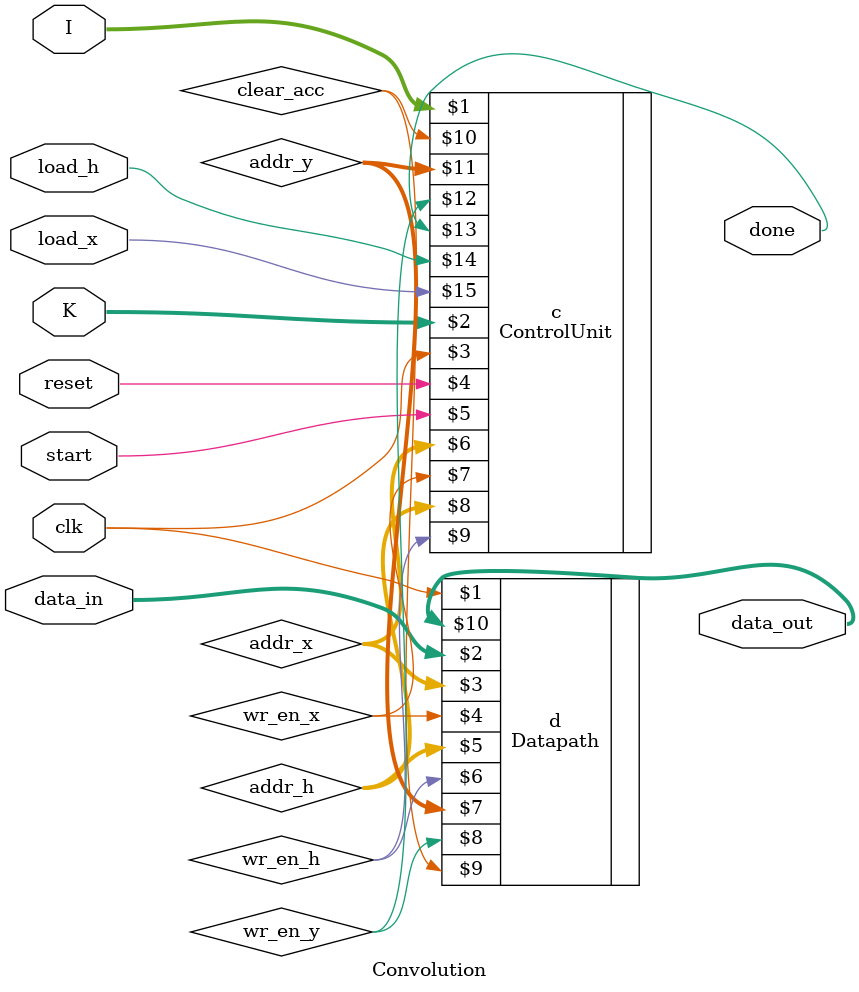
<source format=sv>
module Convolution(I, K, clk, reset, load_h, load_x, start, done, data_in, data_out);

	input clk, reset, start, load_h, load_x;
	input [9:0] I;
	input [2:0] K;
	output done;
	input logic signed [7:0] data_in;
	output logic signed [15:0] data_out;	
	logic wr_en_h ,wr_en_x,wr_en_y,clear_acc;
	logic [9:0] addr_x;
	logic [9:0] addr_y;
	logic [5:0] addr_h;
	

	Datapath d(clk, data_in,addr_x,wr_en_x,addr_h,wr_en_h,addr_y,wr_en_y,clear_acc,data_out);
	ControlUnit c(I, K, clk, reset, start, addr_x, wr_en_x, addr_h, wr_en_h, clear_acc, addr_y, wr_en_y,done, load_h, load_x);
	
endmodule



</source>
